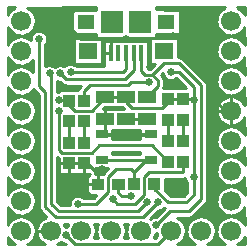
<source format=gtl>
G04 DipTrace 2.4.0.2*
%INcleduino_V1_finial_Top.gbr*%
%MOIN*%
%ADD13C,0.01*%
%ADD17R,0.0433X0.0394*%
%ADD18R,0.0394X0.0433*%
%ADD19R,0.0591X0.04*%
%ADD20C,0.0669*%
%ADD21R,0.0413X0.0256*%
%ADD27R,0.0157X0.0531*%
%ADD28R,0.063X0.0551*%
%ADD29R,0.0571X0.0512*%
%ADD30R,0.0748X0.0748*%
%ADD31C,0.025*%
%FSLAX44Y44*%
G04*
G70*
G90*
G75*
G01*
%LNTop*%
%LPD*%
X6740Y8975D2*
D13*
Y9290D1*
X6940Y9490D1*
X8189D1*
X8289Y9590D1*
X8890D1*
X8840Y5590D2*
X8541Y5291D1*
X5889D1*
X5640Y5540D1*
Y9940D1*
X5590Y9890D1*
X9190Y5590D2*
X8691Y5091D1*
X5789D1*
X5440Y5440D1*
Y9262D1*
X5240Y9462D1*
Y11040D1*
X7628Y10560D2*
Y10929D1*
X7740Y11041D1*
X8140D1*
X6740Y6906D2*
X6240D1*
X7440Y8366D2*
Y7980D1*
X7323Y7863D1*
X7740Y11041D2*
X6639D1*
X6290Y11390D1*
Y11940D1*
X7205Y6190D2*
Y6525D1*
X6824Y6906D1*
X6740D1*
X11640Y8641D2*
X11591Y8690D1*
X11390D1*
X10940Y9140D1*
Y9940D1*
X10540Y10340D1*
Y10790D1*
X10190Y11140D1*
X9690D1*
X7205Y6190D2*
Y6555D1*
X7340Y6690D1*
X8957Y7863D2*
X8140D1*
X7323D1*
X8140Y7840D2*
Y7863D1*
Y7840D2*
X7346D1*
X7323Y7863D1*
X8140Y7840D2*
X8934D1*
X8957Y7863D1*
X8396Y10560D2*
Y9997D1*
X8089Y9690D1*
X6140D1*
X5940Y9890D1*
X8140Y10560D2*
Y10041D1*
X8039Y9940D1*
X6290D1*
X8840Y8367D2*
X8140D1*
Y8366D1*
X5890Y8640D2*
Y7340D1*
X5989Y7241D1*
X6991D1*
X7240Y7490D1*
X8991D1*
X9525Y6955D1*
X9540D1*
X10040D2*
Y6590D1*
X8890D1*
X8740Y6440D1*
Y5841D1*
X8439Y5540D1*
X7840D1*
X7690Y5690D1*
X6240Y8305D2*
Y7575D1*
X10040Y8355D2*
Y7625D1*
X9540Y8355D2*
Y7625D1*
X6740Y7575D2*
Y8306D1*
X8405Y6190D2*
Y6605D1*
X8817Y7017D1*
X8957D1*
X6540Y5540D2*
X7140D1*
X7540Y5940D1*
Y6440D1*
X7790Y6690D1*
X8321D1*
X8405Y6605D1*
X8957Y7017D2*
X7323D1*
X8290Y5790D2*
X7990D1*
X7875Y5905D1*
Y6190D1*
X8140Y9114D2*
X7440D1*
X10040Y9025D2*
X9540D1*
Y8940D1*
X9340Y8740D1*
X8341D1*
X8140Y8941D1*
Y9114D1*
X7440D2*
Y9091D1*
X6990Y8641D1*
X6439D1*
X6240Y8840D1*
Y8975D1*
X10390Y6440D2*
Y8990D1*
X10040Y9025D2*
X10355D1*
X10390Y8990D1*
Y6440D2*
Y5840D1*
X10140Y5590D1*
X9540D1*
X9075Y6055D1*
Y6190D1*
X9640Y4641D2*
Y4640D1*
X9190Y4190D1*
X6440D1*
X6140Y4490D1*
X5890Y8990D2*
X6240D1*
Y8975D1*
X9640Y9940D2*
X9890D1*
X10390Y9440D1*
Y8990D1*
X8652Y10560D2*
Y9978D1*
X8783Y9847D1*
X9008D1*
X9190Y9665D1*
Y9465D1*
X8840Y9115D1*
X9140Y4840D2*
X9590Y5290D1*
X10240D1*
X10640Y5690D1*
Y9490D1*
X9890Y10240D1*
X9400D1*
X9008Y9847D1*
D31*
X8890Y9590D3*
D3*
X8840Y5590D3*
X5590Y9890D3*
X9190Y5590D3*
X5240Y11040D3*
X8140Y11041D3*
X6290Y11940D3*
X9690Y11140D3*
X7340Y6690D3*
X5940Y9890D3*
X6290Y9940D3*
X5890Y8640D3*
X7690Y5690D3*
X6540Y5540D3*
X8290Y5790D3*
X10390Y8990D3*
Y6440D3*
D3*
X6140Y4490D3*
X5890Y8990D3*
X9640Y9940D3*
X10390Y8990D3*
X9140Y4840D3*
X8140Y7840D3*
X4200Y11991D2*
D13*
X4290D1*
X4990D2*
X6342D1*
X9938D2*
X11290D1*
X11990D2*
X12080D1*
X5068Y11893D2*
X6342D1*
X9938D2*
X11212D1*
X5113Y11794D2*
X6342D1*
X9938D2*
X11167D1*
X5135Y11695D2*
X6342D1*
X9938D2*
X11145D1*
X5137Y11597D2*
X6342D1*
X9938D2*
X11143D1*
X5118Y11498D2*
X6342D1*
X9938D2*
X11164D1*
X5076Y11399D2*
X6342D1*
X9938D2*
X11206D1*
X4200Y11300D2*
X4279D1*
X5001D2*
X5131D1*
X5349D2*
X6342D1*
X9938D2*
X11279D1*
X12001D2*
X12080D1*
X4200Y11202D2*
X4414D1*
X4866D2*
X5003D1*
X5477D2*
X7129D1*
X9151D2*
X11415D1*
X11865D2*
X12080D1*
X4200Y11103D2*
X4475D1*
X4805D2*
X4959D1*
X5521D2*
X7129D1*
X9151D2*
X11473D1*
X11807D2*
X12080D1*
X4200Y11004D2*
X4304D1*
X5527D2*
X6401D1*
X7359D2*
X8921D1*
X9879D2*
X11304D1*
X11976D2*
X12080D1*
X5495Y10906D2*
X6401D1*
X9879D2*
X11220D1*
X5454Y10807D2*
X6401D1*
X9879D2*
X11171D1*
X5454Y10708D2*
X6401D1*
X9879D2*
X11146D1*
X5454Y10610D2*
X6401D1*
X9879D2*
X11142D1*
X5454Y10511D2*
X6401D1*
X9879D2*
X11159D1*
X5454Y10412D2*
X6401D1*
X10009D2*
X11198D1*
X4200Y10314D2*
X4267D1*
X5454D2*
X6401D1*
X10115D2*
X11267D1*
X12013D2*
X12080D1*
X4200Y10215D2*
X4389D1*
X4891D2*
X5026D1*
X5454D2*
X6234D1*
X6345D2*
X7385D1*
X8895D2*
X9078D1*
X10213D2*
X11390D1*
X11890D2*
X12080D1*
X4200Y10116D2*
X4521D1*
X4759D2*
X5026D1*
X8866D2*
X8978D1*
X10312D2*
X11518D1*
X11762D2*
X12080D1*
X4200Y10018D2*
X4320D1*
X4960D2*
X5026D1*
X10410D2*
X11320D1*
X11960D2*
X12080D1*
X10510Y9919D2*
X11228D1*
X9334Y9820D2*
X9379D1*
X10609D2*
X11176D1*
X9396Y9721D2*
X9457D1*
X10707D2*
X11148D1*
X9404Y9623D2*
X9909D1*
X10804D2*
X11142D1*
X5854Y9524D2*
X6012D1*
X9404D2*
X10007D1*
X10851D2*
X11156D1*
X5854Y9425D2*
X6578D1*
X9401D2*
X10106D1*
X10854D2*
X11192D1*
X4200Y9327D2*
X4256D1*
X5024D2*
X5076D1*
X10854D2*
X11256D1*
X12024D2*
X12080D1*
X4200Y9228D2*
X4367D1*
X4913D2*
X5176D1*
X10854D2*
X11368D1*
X11912D2*
X12080D1*
X4200Y9129D2*
X5226D1*
X10854D2*
X12080D1*
X4200Y9031D2*
X4337D1*
X4943D2*
X5226D1*
X10854D2*
X11335D1*
X11945D2*
X12080D1*
X4200Y8932D2*
X4239D1*
X5041D2*
X5226D1*
X10854D2*
X11237D1*
X12043D2*
X12080D1*
X5099Y8833D2*
X5226D1*
X10854D2*
X11181D1*
X5129Y8735D2*
X5226D1*
X7382D2*
X8048D1*
X10854D2*
X11151D1*
X5138Y8636D2*
X5226D1*
X10854D2*
X11142D1*
X5127Y8537D2*
X5226D1*
X10854D2*
X11153D1*
X5095Y8439D2*
X5226D1*
X10854D2*
X11185D1*
X4200Y8340D2*
X4245D1*
X5035D2*
X5226D1*
X10854D2*
X11245D1*
X12035D2*
X12080D1*
X4200Y8241D2*
X4348D1*
X4932D2*
X5226D1*
X10854D2*
X11350D1*
X11930D2*
X12080D1*
X4200Y8142D2*
X5226D1*
X10854D2*
X12080D1*
X4200Y8044D2*
X4356D1*
X4924D2*
X5226D1*
X10854D2*
X11354D1*
X11926D2*
X12080D1*
X4200Y7945D2*
X4248D1*
X5032D2*
X5226D1*
X7693D2*
X8587D1*
X10854D2*
X11248D1*
X12032D2*
X12080D1*
X5093Y7846D2*
X5226D1*
X7693D2*
X8587D1*
X10854D2*
X11187D1*
X5126Y7748D2*
X5226D1*
X7693D2*
X8587D1*
X10854D2*
X11153D1*
X5138Y7649D2*
X5226D1*
X10854D2*
X11142D1*
X5130Y7550D2*
X5226D1*
X10854D2*
X11150D1*
X5101Y7452D2*
X5226D1*
X10854D2*
X11179D1*
X4200Y7353D2*
X4234D1*
X5046D2*
X5226D1*
X10854D2*
X11235D1*
X12045D2*
X12080D1*
X4200Y7254D2*
X4331D1*
X4949D2*
X5226D1*
X7693D2*
X8587D1*
X10854D2*
X11331D1*
X11949D2*
X12080D1*
X4200Y7156D2*
X4567D1*
X4713D2*
X5226D1*
X10854D2*
X11573D1*
X11707D2*
X12080D1*
X4200Y7057D2*
X4376D1*
X4904D2*
X5226D1*
X10854D2*
X11375D1*
X11905D2*
X12080D1*
X4200Y6958D2*
X4259D1*
X5021D2*
X5226D1*
X10854D2*
X11259D1*
X12021D2*
X12080D1*
X5087Y6860D2*
X5226D1*
X10854D2*
X11193D1*
X5123Y6761D2*
X5226D1*
X10854D2*
X11156D1*
X5138Y6662D2*
X5226D1*
X7101D2*
X7464D1*
X10854D2*
X11142D1*
X5132Y6563D2*
X5226D1*
X7101D2*
X7368D1*
X10854D2*
X11148D1*
X5105Y6465D2*
X5226D1*
X5854D2*
X6846D1*
X10854D2*
X11175D1*
X5054Y6366D2*
X5226D1*
X5854D2*
X6825D1*
X9455D2*
X10110D1*
X10854D2*
X11226D1*
X4200Y6267D2*
X4314D1*
X4966D2*
X5226D1*
X5854D2*
X6825D1*
X9455D2*
X10160D1*
X10854D2*
X11315D1*
X11965D2*
X12080D1*
X4200Y6169D2*
X4501D1*
X4779D2*
X5226D1*
X5854D2*
X6825D1*
X9455D2*
X10176D1*
X10854D2*
X11504D1*
X11776D2*
X12080D1*
X4200Y6070D2*
X4398D1*
X4882D2*
X5226D1*
X5854D2*
X6825D1*
X9455D2*
X10176D1*
X10854D2*
X11396D1*
X11884D2*
X12080D1*
X4200Y5971D2*
X4271D1*
X5009D2*
X5226D1*
X5854D2*
X6826D1*
X9457D2*
X10176D1*
X10854D2*
X11270D1*
X12010D2*
X12080D1*
X5079Y5873D2*
X5226D1*
X5854D2*
X6882D1*
X9555D2*
X10125D1*
X10854D2*
X11200D1*
X5120Y5774D2*
X5226D1*
X5854D2*
X6378D1*
X6702D2*
X7076D1*
X10854D2*
X11160D1*
X5137Y5675D2*
X5226D1*
X5854D2*
X6285D1*
X10854D2*
X11143D1*
X5135Y5577D2*
X5226D1*
X5902D2*
X6254D1*
X10820D2*
X11146D1*
X5110Y5478D2*
X5226D1*
X10726D2*
X11170D1*
X5063Y5379D2*
X5235D1*
X10627D2*
X11217D1*
X4200Y5281D2*
X4300D1*
X4980D2*
X5301D1*
X9179D2*
X9282D1*
X10529D2*
X11300D1*
X11980D2*
X12080D1*
X4200Y5182D2*
X4460D1*
X4820D2*
X5400D1*
X9080D2*
X9184D1*
X10430D2*
X11462D1*
X11818D2*
X12080D1*
X4200Y5083D2*
X4425D1*
X4855D2*
X5423D1*
X9857D2*
X10423D1*
X10857D2*
X11423D1*
X11857D2*
X12080D1*
X4200Y4984D2*
X4284D1*
X4996D2*
X5282D1*
X9998D2*
X10282D1*
X10998D2*
X11282D1*
X11998D2*
X12080D1*
X5073Y4886D2*
X5207D1*
X6073D2*
X6207D1*
X7073D2*
X7207D1*
X8073D2*
X8207D1*
X10073D2*
X10207D1*
X11073D2*
X11207D1*
X5116Y4787D2*
X5163D1*
X6116D2*
X6163D1*
X7116D2*
X7163D1*
X8116D2*
X8163D1*
X10116D2*
X10163D1*
X11116D2*
X11163D1*
X5115Y4491D2*
X5165D1*
X7115D2*
X7165D1*
X8115D2*
X8165D1*
X9115D2*
X9165D1*
X10115D2*
X10165D1*
X11115D2*
X11165D1*
X5071Y4392D2*
X5209D1*
X10071D2*
X10209D1*
X11071D2*
X11209D1*
X4200Y4294D2*
X4285D1*
X4995D2*
X5285D1*
X9995D2*
X10285D1*
X10995D2*
X11285D1*
X11995D2*
X12080D1*
X4200Y4195D2*
X4429D1*
X4851D2*
X5431D1*
X5849D2*
X6137D1*
X9849D2*
X10431D1*
X10849D2*
X11431D1*
X11849D2*
X12080D1*
X7151Y5839D2*
X6969Y5840D1*
X6930Y5851D1*
X6896Y5870D1*
X6867Y5899D1*
X6847Y5933D1*
X6836Y5971D1*
X6835Y6023D1*
X6836Y6407D1*
X6846Y6445D1*
X6866Y6480D1*
X6894Y6508D1*
X6929Y6529D1*
X6950Y6536D1*
X5889D1*
Y7063D1*
X5844Y7098D1*
Y5623D1*
X5973Y5495D1*
X6266D1*
X6262Y5514D1*
Y5563D1*
X6271Y5613D1*
X6288Y5660D1*
X6313Y5703D1*
X6346Y5740D1*
X6385Y5772D1*
X6428Y5796D1*
X6476Y5812D1*
X6525Y5819D1*
X6575Y5817D1*
X6624Y5806D1*
X6670Y5787D1*
X6712Y5760D1*
X6729Y5744D1*
X7057D1*
X7152Y5840D1*
X7091Y6541D2*
X7363D1*
X7396Y6584D1*
X7547Y6736D1*
X7092Y6735D1*
X7091Y6541D1*
X8031Y8760D2*
X7691Y8762D1*
X7589Y8760D1*
X7397D1*
X7361Y8720D1*
X8074D1*
X8032Y8760D1*
X8589Y8013D2*
X7839Y8012D1*
X7691Y8014D1*
X7683Y8012D1*
X7684Y7694D1*
X8598D1*
X8596Y7741D1*
Y8013D1*
X8588D1*
X7701Y10980D2*
X8107D1*
X8419Y10979D1*
X8569Y10980D1*
X8885D1*
Y10140D1*
X8855D1*
X8856Y10062D1*
X8868Y10051D1*
X8925D1*
X9090Y10218D1*
X8931Y10219D1*
Y11078D1*
X9869D1*
Y10445D1*
X9940Y10438D1*
X9986Y10420D1*
X10034Y10384D1*
X10784Y9634D1*
X10815Y9595D1*
X10835Y9549D1*
X10844Y9490D1*
Y5690D1*
X10838Y5640D1*
X10820Y5594D1*
X10784Y5546D1*
X10384Y5146D1*
X10345Y5115D1*
X10299Y5095D1*
X10240Y5086D1*
X9842D1*
X9919Y5042D1*
X9959Y5011D1*
X9995Y4977D1*
X10027Y4939D1*
X10056Y4897D1*
X10080Y4854D1*
X10099Y4808D1*
X10114Y4760D1*
X10124Y4711D1*
X10129Y4641D1*
X10126Y4591D1*
X10118Y4541D1*
X10106Y4493D1*
X10088Y4446D1*
X10066Y4401D1*
X10039Y4359D1*
X10009Y4320D1*
X9974Y4284D1*
X9936Y4252D1*
X9894Y4224D1*
X9826Y4190D1*
X10451D1*
X10373Y4231D1*
X10333Y4261D1*
X10295Y4294D1*
X10262Y4331D1*
X10232Y4372D1*
X10207Y4415D1*
X10186Y4460D1*
X10170Y4507D1*
X10159Y4556D1*
X10153Y4606D1*
X10152Y4656D1*
X10156Y4705D1*
X10165Y4755D1*
X10179Y4802D1*
X10198Y4849D1*
X10221Y4893D1*
X10249Y4934D1*
X10281Y4973D1*
X10317Y5008D1*
X10356Y5039D1*
X10398Y5065D1*
X10443Y5088D1*
X10490Y5106D1*
X10538Y5119D1*
X10587Y5127D1*
X10637Y5129D1*
X10687Y5127D1*
X10737Y5120D1*
X10785Y5107D1*
X10832Y5090D1*
X10877Y5068D1*
X10919Y5042D1*
X10959Y5011D1*
X10995Y4977D1*
X11027Y4939D1*
X11056Y4897D1*
X11080Y4854D1*
X11099Y4808D1*
X11114Y4760D1*
X11124Y4711D1*
X11129Y4641D1*
X11126Y4591D1*
X11118Y4541D1*
X11106Y4493D1*
X11088Y4446D1*
X11066Y4401D1*
X11039Y4359D1*
X11009Y4320D1*
X10974Y4284D1*
X10936Y4252D1*
X10894Y4224D1*
X10826Y4190D1*
X11451D1*
X11373Y4231D1*
X11333Y4261D1*
X11295Y4294D1*
X11262Y4331D1*
X11232Y4372D1*
X11207Y4415D1*
X11186Y4460D1*
X11170Y4507D1*
X11159Y4556D1*
X11153Y4606D1*
X11152Y4656D1*
X11156Y4705D1*
X11165Y4755D1*
X11179Y4802D1*
X11198Y4849D1*
X11221Y4893D1*
X11249Y4934D1*
X11281Y4973D1*
X11317Y5008D1*
X11356Y5039D1*
X11398Y5065D1*
X11443Y5088D1*
X11490Y5106D1*
X11538Y5119D1*
X11587Y5127D1*
X11637Y5129D1*
X11687Y5127D1*
X11737Y5120D1*
X11785Y5107D1*
X11832Y5090D1*
X11877Y5068D1*
X11919Y5042D1*
X11959Y5011D1*
X11995Y4977D1*
X12027Y4939D1*
X12056Y4897D1*
X12090Y4829D1*
X12088Y5446D1*
X12066Y5401D1*
X12039Y5359D1*
X12009Y5320D1*
X11974Y5284D1*
X11936Y5252D1*
X11894Y5224D1*
X11850Y5200D1*
X11804Y5181D1*
X11756Y5166D1*
X11707Y5157D1*
X11658Y5152D1*
X11608Y5153D1*
X11558Y5159D1*
X11509Y5170D1*
X11462Y5186D1*
X11416Y5206D1*
X11373Y5231D1*
X11333Y5261D1*
X11295Y5294D1*
X11262Y5331D1*
X11232Y5372D1*
X11207Y5415D1*
X11186Y5460D1*
X11170Y5507D1*
X11159Y5556D1*
X11153Y5606D1*
X11152Y5656D1*
X11156Y5705D1*
X11165Y5755D1*
X11179Y5802D1*
X11198Y5849D1*
X11221Y5893D1*
X11249Y5934D1*
X11281Y5973D1*
X11317Y6008D1*
X11356Y6039D1*
X11398Y6065D1*
X11443Y6088D1*
X11490Y6106D1*
X11538Y6119D1*
X11587Y6127D1*
X11637Y6129D1*
X11687Y6127D1*
X11737Y6120D1*
X11785Y6107D1*
X11832Y6090D1*
X11877Y6068D1*
X11919Y6042D1*
X11959Y6011D1*
X11995Y5977D1*
X12027Y5939D1*
X12056Y5897D1*
X12090Y5829D1*
X12088Y6446D1*
X12066Y6401D1*
X12039Y6359D1*
X12009Y6320D1*
X11974Y6284D1*
X11936Y6252D1*
X11894Y6224D1*
X11850Y6200D1*
X11804Y6181D1*
X11756Y6166D1*
X11707Y6157D1*
X11658Y6152D1*
X11608Y6153D1*
X11558Y6159D1*
X11509Y6170D1*
X11462Y6186D1*
X11416Y6206D1*
X11373Y6231D1*
X11333Y6261D1*
X11295Y6294D1*
X11262Y6331D1*
X11232Y6372D1*
X11207Y6415D1*
X11186Y6460D1*
X11170Y6507D1*
X11159Y6556D1*
X11153Y6606D1*
X11152Y6656D1*
X11156Y6705D1*
X11165Y6755D1*
X11179Y6802D1*
X11198Y6849D1*
X11221Y6893D1*
X11249Y6934D1*
X11281Y6973D1*
X11317Y7008D1*
X11356Y7039D1*
X11398Y7065D1*
X11443Y7088D1*
X11490Y7106D1*
X11538Y7119D1*
X11587Y7127D1*
X11637Y7129D1*
X11687Y7127D1*
X11737Y7120D1*
X11785Y7107D1*
X11832Y7090D1*
X11877Y7068D1*
X11919Y7042D1*
X11959Y7011D1*
X11995Y6977D1*
X12027Y6939D1*
X12056Y6897D1*
X12090Y6829D1*
X12088Y7446D1*
X12066Y7401D1*
X12039Y7359D1*
X12009Y7320D1*
X11974Y7284D1*
X11936Y7252D1*
X11894Y7224D1*
X11850Y7200D1*
X11804Y7181D1*
X11756Y7166D1*
X11707Y7157D1*
X11658Y7152D1*
X11608Y7153D1*
X11558Y7159D1*
X11509Y7170D1*
X11462Y7186D1*
X11416Y7206D1*
X11373Y7231D1*
X11333Y7261D1*
X11295Y7294D1*
X11262Y7331D1*
X11232Y7372D1*
X11207Y7415D1*
X11186Y7460D1*
X11170Y7507D1*
X11159Y7556D1*
X11153Y7606D1*
X11152Y7656D1*
X11156Y7705D1*
X11165Y7755D1*
X11179Y7802D1*
X11198Y7849D1*
X11221Y7893D1*
X11249Y7934D1*
X11281Y7973D1*
X11317Y8008D1*
X11356Y8039D1*
X11398Y8065D1*
X11443Y8088D1*
X11490Y8106D1*
X11538Y8119D1*
X11587Y8127D1*
X11637Y8129D1*
X11687Y8127D1*
X11737Y8120D1*
X11785Y8107D1*
X11832Y8090D1*
X11877Y8068D1*
X11919Y8042D1*
X11959Y8011D1*
X11995Y7977D1*
X12027Y7939D1*
X12056Y7897D1*
X12090Y7829D1*
X12088Y8446D1*
X12056Y8384D1*
X12015Y8328D1*
X11966Y8277D1*
X11911Y8234D1*
X11850Y8200D1*
X11785Y8174D1*
X11717Y8158D1*
X11648Y8152D1*
X11578Y8156D1*
X11509Y8170D1*
X11443Y8193D1*
X11381Y8226D1*
X11325Y8267D1*
X11275Y8316D1*
X11232Y8372D1*
X11198Y8432D1*
X11173Y8498D1*
X11157Y8566D1*
X11151Y8636D1*
X11156Y8705D1*
X11170Y8774D1*
X11194Y8840D1*
X11227Y8901D1*
X11268Y8958D1*
X11317Y9008D1*
X11373Y9050D1*
X11434Y9084D1*
X11499Y9109D1*
X11568Y9124D1*
X11637Y9129D1*
X11707Y9125D1*
X11776Y9110D1*
X11841Y9086D1*
X11903Y9053D1*
X11959Y9011D1*
X12008Y8962D1*
X12050Y8906D1*
X12084Y8845D1*
X12090Y8831D1*
X12088Y9446D1*
X12066Y9401D1*
X12039Y9359D1*
X12009Y9320D1*
X11974Y9284D1*
X11936Y9252D1*
X11894Y9224D1*
X11850Y9200D1*
X11804Y9181D1*
X11756Y9166D1*
X11707Y9157D1*
X11658Y9152D1*
X11608Y9153D1*
X11558Y9159D1*
X11509Y9170D1*
X11462Y9186D1*
X11416Y9206D1*
X11373Y9231D1*
X11333Y9261D1*
X11295Y9294D1*
X11262Y9331D1*
X11232Y9372D1*
X11207Y9415D1*
X11186Y9460D1*
X11170Y9507D1*
X11159Y9556D1*
X11153Y9606D1*
X11152Y9656D1*
X11156Y9705D1*
X11165Y9755D1*
X11179Y9802D1*
X11198Y9849D1*
X11221Y9893D1*
X11249Y9934D1*
X11281Y9973D1*
X11317Y10008D1*
X11356Y10039D1*
X11398Y10065D1*
X11443Y10088D1*
X11490Y10106D1*
X11538Y10119D1*
X11587Y10127D1*
X11637Y10129D1*
X11687Y10127D1*
X11737Y10120D1*
X11785Y10107D1*
X11832Y10090D1*
X11877Y10068D1*
X11919Y10042D1*
X11959Y10011D1*
X11995Y9977D1*
X12027Y9939D1*
X12056Y9897D1*
X12090Y9829D1*
X12088Y10446D1*
X12066Y10401D1*
X12039Y10359D1*
X12009Y10320D1*
X11974Y10284D1*
X11936Y10252D1*
X11894Y10224D1*
X11850Y10200D1*
X11804Y10181D1*
X11756Y10166D1*
X11707Y10157D1*
X11658Y10152D1*
X11608Y10153D1*
X11558Y10159D1*
X11509Y10170D1*
X11462Y10186D1*
X11416Y10206D1*
X11373Y10231D1*
X11333Y10261D1*
X11295Y10294D1*
X11262Y10331D1*
X11232Y10372D1*
X11207Y10415D1*
X11186Y10460D1*
X11170Y10507D1*
X11159Y10556D1*
X11153Y10606D1*
X11152Y10656D1*
X11156Y10705D1*
X11165Y10755D1*
X11179Y10802D1*
X11198Y10849D1*
X11221Y10893D1*
X11249Y10934D1*
X11281Y10973D1*
X11317Y11008D1*
X11356Y11039D1*
X11398Y11065D1*
X11443Y11088D1*
X11490Y11106D1*
X11538Y11119D1*
X11587Y11127D1*
X11637Y11129D1*
X11687Y11127D1*
X11737Y11120D1*
X11785Y11107D1*
X11832Y11090D1*
X11877Y11068D1*
X11919Y11042D1*
X11959Y11011D1*
X11995Y10977D1*
X12027Y10939D1*
X12056Y10897D1*
X12090Y10829D1*
X12088Y11446D1*
X12066Y11401D1*
X12039Y11359D1*
X12009Y11320D1*
X11974Y11284D1*
X11936Y11252D1*
X11894Y11224D1*
X11850Y11200D1*
X11804Y11181D1*
X11756Y11166D1*
X11707Y11157D1*
X11658Y11152D1*
X11608Y11153D1*
X11558Y11159D1*
X11509Y11170D1*
X11462Y11186D1*
X11416Y11206D1*
X11373Y11231D1*
X11333Y11261D1*
X11295Y11294D1*
X11262Y11331D1*
X11232Y11372D1*
X11207Y11415D1*
X11186Y11460D1*
X11170Y11507D1*
X11159Y11556D1*
X11153Y11606D1*
X11152Y11656D1*
X11156Y11705D1*
X11165Y11755D1*
X11179Y11802D1*
X11198Y11849D1*
X11221Y11893D1*
X11249Y11934D1*
X11281Y11973D1*
X11317Y12008D1*
X11356Y12039D1*
X11398Y12065D1*
X11447Y12090D1*
X9142D1*
X9140Y12024D1*
X9649Y12023D1*
X9928D1*
Y11203D1*
X9139D1*
X9140Y11085D1*
X8084Y11087D1*
X8046Y11085D1*
X7140D1*
Y11202D1*
X6631Y11203D1*
X6352D1*
Y12023D1*
X7141D1*
X7140Y12090D1*
X4832Y12089D1*
X4877Y12067D1*
X4919Y12041D1*
X4959Y12010D1*
X4995Y11976D1*
X5027Y11938D1*
X5056Y11897D1*
X5080Y11853D1*
X5099Y11807D1*
X5114Y11759D1*
X5124Y11710D1*
X5129Y11640D1*
X5126Y11590D1*
X5118Y11541D1*
X5106Y11492D1*
X5088Y11446D1*
X5066Y11401D1*
X5039Y11358D1*
X5009Y11319D1*
X4974Y11283D1*
X4936Y11251D1*
X4894Y11223D1*
X4850Y11199D1*
X4804Y11180D1*
X4756Y11165D1*
X4707Y11156D1*
X4658Y11152D1*
X4608D1*
X4558Y11158D1*
X4509Y11169D1*
X4462Y11185D1*
X4416Y11206D1*
X4373Y11231D1*
X4333Y11260D1*
X4295Y11294D1*
X4262Y11331D1*
X4232Y11371D1*
X4189Y11452D1*
X4190Y10829D1*
X4221Y10892D1*
X4249Y10934D1*
X4281Y10972D1*
X4317Y11007D1*
X4356Y11038D1*
X4398Y11065D1*
X4443Y11087D1*
X4490Y11105D1*
X4538Y11118D1*
X4587Y11126D1*
X4637Y11129D1*
X4687Y11126D1*
X4737Y11119D1*
X4785Y11107D1*
X4832Y11089D1*
X4877Y11067D1*
X4919Y11041D1*
X4962Y11007D1*
Y11063D1*
X4971Y11113D1*
X4988Y11160D1*
X5013Y11203D1*
X5046Y11240D1*
X5085Y11272D1*
X5128Y11296D1*
X5176Y11312D1*
X5225Y11319D1*
X5275Y11317D1*
X5324Y11306D1*
X5370Y11287D1*
X5412Y11260D1*
X5448Y11226D1*
X5478Y11185D1*
X5500Y11141D1*
X5514Y11093D1*
X5519Y11040D1*
X5515Y10990D1*
X5501Y10942D1*
X5480Y10897D1*
X5445Y10851D1*
X5444Y10129D1*
X5478Y10146D1*
X5526Y10162D1*
X5575Y10169D1*
X5625Y10167D1*
X5674Y10156D1*
X5720Y10137D1*
X5765Y10107D1*
X5785Y10122D1*
X5828Y10146D1*
X5876Y10162D1*
X5925Y10169D1*
X5975Y10167D1*
X6024Y10156D1*
X6084Y10128D1*
X6135Y10172D1*
X6178Y10196D1*
X6226Y10212D1*
X6275Y10219D1*
X6325Y10217D1*
X6374Y10206D1*
X6420Y10187D1*
X6462Y10160D1*
X6479Y10144D1*
X7395D1*
Y10440D1*
Y10980D1*
X8117Y10978D1*
X8157Y10980D1*
X8373Y10978D1*
X8413Y10980D1*
X8629Y10978D1*
X6461Y11078D2*
X7349D1*
Y10219D1*
X6411D1*
Y11078D1*
X6461D1*
X9182Y4470D2*
X9159Y4556D1*
X9158Y4561D1*
X9124Y4562D1*
X9106Y4493D1*
X9088Y4446D1*
X9062Y4395D1*
X9107Y4394D1*
X9182Y4470D1*
X8219Y4394D2*
X8186Y4460D1*
X8170Y4507D1*
X8159Y4556D1*
X8153Y4606D1*
X8152Y4656D1*
X8156Y4705D1*
X8165Y4755D1*
X8179Y4802D1*
X8218Y4886D1*
X8061Y4887D1*
X8080Y4854D1*
X8099Y4808D1*
X8114Y4760D1*
X8124Y4711D1*
X8129Y4641D1*
X8126Y4591D1*
X8118Y4541D1*
X8106Y4493D1*
X8088Y4446D1*
X8062Y4395D1*
X8220Y4394D1*
X7219D2*
X7186Y4460D1*
X7170Y4507D1*
X7159Y4556D1*
X7153Y4606D1*
X7152Y4656D1*
X7156Y4705D1*
X7165Y4755D1*
X7179Y4802D1*
X7218Y4886D1*
X7061Y4887D1*
X7080Y4854D1*
X7099Y4808D1*
X7114Y4760D1*
X7124Y4711D1*
X7129Y4641D1*
X7126Y4591D1*
X7118Y4541D1*
X7106Y4493D1*
X7088Y4446D1*
X7062Y4395D1*
X7220Y4394D1*
X6169Y4768D2*
X6198Y4849D1*
X6218Y4886D1*
X6061Y4887D1*
X6084Y4845D1*
X6109Y4779D1*
X6112Y4767D1*
X6167D1*
X5963Y4274D2*
X5911Y4234D1*
X5850Y4200D1*
X5828Y4190D1*
X6151D1*
X6128Y4211D1*
X6079Y4218D1*
X6031Y4233D1*
X5987Y4257D1*
X5964Y4275D1*
X5452Y4190D2*
X5390Y4221D1*
X5333Y4261D1*
X5282Y4309D1*
X5238Y4363D1*
X5202Y4423D1*
X5176Y4488D1*
X5159Y4556D1*
X5152Y4626D1*
X5154Y4695D1*
X5167Y4764D1*
X5190Y4830D1*
X5221Y4893D1*
X5262Y4950D1*
X5310Y5001D1*
X5365Y5044D1*
X5425Y5080D1*
X5487Y5105D1*
X5296Y5296D1*
X5265Y5335D1*
X5245Y5381D1*
X5236Y5440D1*
Y9179D1*
X5096Y9318D1*
X5056Y9374D1*
X5039Y9358D1*
X5009Y9319D1*
X4974Y9283D1*
X4936Y9251D1*
X4894Y9223D1*
X4850Y9199D1*
X4804Y9180D1*
X4756Y9165D1*
X4707Y9156D1*
X4658Y9152D1*
X4608D1*
X4558Y9158D1*
X4509Y9169D1*
X4462Y9185D1*
X4416Y9206D1*
X4373Y9231D1*
X4333Y9260D1*
X4295Y9294D1*
X4262Y9331D1*
X4232Y9371D1*
X4189Y9452D1*
X4190Y8829D1*
X4221Y8892D1*
X4249Y8934D1*
X4281Y8972D1*
X4317Y9007D1*
X4356Y9038D1*
X4398Y9065D1*
X4443Y9087D1*
X4490Y9105D1*
X4538Y9118D1*
X4587Y9126D1*
X4637Y9129D1*
X4687Y9126D1*
X4737Y9119D1*
X4785Y9107D1*
X4832Y9089D1*
X4877Y9067D1*
X4919Y9041D1*
X4959Y9010D1*
X4995Y8976D1*
X5027Y8938D1*
X5056Y8897D1*
X5080Y8853D1*
X5099Y8807D1*
X5114Y8759D1*
X5124Y8710D1*
X5129Y8640D1*
X5126Y8590D1*
X5118Y8541D1*
X5106Y8492D1*
X5088Y8446D1*
X5066Y8401D1*
X5039Y8358D1*
X5009Y8319D1*
X4974Y8283D1*
X4936Y8251D1*
X4894Y8223D1*
X4850Y8199D1*
X4804Y8180D1*
X4756Y8165D1*
X4707Y8156D1*
X4658Y8152D1*
X4608D1*
X4558Y8158D1*
X4509Y8169D1*
X4462Y8185D1*
X4416Y8206D1*
X4373Y8231D1*
X4333Y8260D1*
X4295Y8294D1*
X4262Y8331D1*
X4232Y8371D1*
X4189Y8452D1*
X4190Y7829D1*
X4221Y7892D1*
X4249Y7934D1*
X4281Y7972D1*
X4317Y8007D1*
X4356Y8038D1*
X4398Y8065D1*
X4443Y8087D1*
X4490Y8105D1*
X4538Y8118D1*
X4587Y8126D1*
X4637Y8129D1*
X4687Y8126D1*
X4737Y8119D1*
X4785Y8107D1*
X4832Y8089D1*
X4877Y8067D1*
X4919Y8041D1*
X4959Y8010D1*
X4995Y7976D1*
X5027Y7938D1*
X5056Y7897D1*
X5080Y7853D1*
X5099Y7807D1*
X5114Y7759D1*
X5124Y7710D1*
X5129Y7640D1*
X5126Y7590D1*
X5118Y7541D1*
X5106Y7492D1*
X5088Y7446D1*
X5066Y7401D1*
X5039Y7358D1*
X5009Y7319D1*
X4974Y7283D1*
X4936Y7251D1*
X4894Y7223D1*
X4850Y7199D1*
X4804Y7180D1*
X4756Y7165D1*
X4707Y7156D1*
X4658Y7152D1*
X4608D1*
X4558Y7158D1*
X4509Y7169D1*
X4462Y7185D1*
X4416Y7206D1*
X4373Y7231D1*
X4333Y7260D1*
X4295Y7294D1*
X4262Y7331D1*
X4232Y7371D1*
X4189Y7452D1*
X4190Y6829D1*
X4221Y6892D1*
X4249Y6934D1*
X4281Y6972D1*
X4317Y7007D1*
X4356Y7038D1*
X4398Y7065D1*
X4443Y7087D1*
X4490Y7105D1*
X4538Y7118D1*
X4587Y7126D1*
X4637Y7129D1*
X4687Y7126D1*
X4737Y7119D1*
X4785Y7107D1*
X4832Y7089D1*
X4877Y7067D1*
X4919Y7041D1*
X4959Y7010D1*
X4995Y6976D1*
X5027Y6938D1*
X5056Y6897D1*
X5080Y6853D1*
X5099Y6807D1*
X5114Y6759D1*
X5124Y6710D1*
X5129Y6640D1*
X5126Y6590D1*
X5118Y6541D1*
X5106Y6492D1*
X5088Y6446D1*
X5066Y6401D1*
X5039Y6358D1*
X5009Y6319D1*
X4974Y6283D1*
X4936Y6251D1*
X4894Y6223D1*
X4850Y6199D1*
X4804Y6180D1*
X4756Y6165D1*
X4707Y6156D1*
X4658Y6152D1*
X4608D1*
X4558Y6158D1*
X4509Y6169D1*
X4462Y6185D1*
X4416Y6206D1*
X4373Y6231D1*
X4333Y6260D1*
X4295Y6294D1*
X4262Y6331D1*
X4232Y6371D1*
X4189Y6452D1*
X4190Y5829D1*
X4221Y5892D1*
X4249Y5934D1*
X4281Y5972D1*
X4317Y6007D1*
X4356Y6038D1*
X4398Y6065D1*
X4443Y6087D1*
X4490Y6105D1*
X4538Y6118D1*
X4587Y6126D1*
X4637Y6129D1*
X4687Y6126D1*
X4737Y6119D1*
X4785Y6107D1*
X4832Y6089D1*
X4877Y6067D1*
X4919Y6041D1*
X4959Y6010D1*
X4995Y5976D1*
X5027Y5938D1*
X5056Y5897D1*
X5080Y5853D1*
X5099Y5807D1*
X5114Y5759D1*
X5124Y5710D1*
X5129Y5640D1*
X5126Y5590D1*
X5118Y5541D1*
X5106Y5492D1*
X5088Y5446D1*
X5066Y5401D1*
X5039Y5358D1*
X5009Y5319D1*
X4974Y5283D1*
X4936Y5251D1*
X4894Y5223D1*
X4850Y5199D1*
X4804Y5180D1*
X4756Y5165D1*
X4707Y5156D1*
X4658Y5152D1*
X4608D1*
X4558Y5158D1*
X4509Y5169D1*
X4462Y5185D1*
X4416Y5206D1*
X4373Y5231D1*
X4333Y5260D1*
X4295Y5294D1*
X4262Y5331D1*
X4232Y5371D1*
X4189Y5452D1*
X4190Y4829D1*
X4221Y4892D1*
X4249Y4934D1*
X4281Y4972D1*
X4317Y5007D1*
X4356Y5038D1*
X4398Y5065D1*
X4443Y5087D1*
X4490Y5105D1*
X4538Y5118D1*
X4587Y5126D1*
X4637Y5129D1*
X4687Y5126D1*
X4737Y5119D1*
X4785Y5107D1*
X4832Y5089D1*
X4877Y5067D1*
X4919Y5041D1*
X4959Y5010D1*
X4995Y4976D1*
X5027Y4938D1*
X5056Y4897D1*
X5080Y4853D1*
X5099Y4807D1*
X5114Y4759D1*
X5124Y4710D1*
X5129Y4640D1*
X5126Y4590D1*
X5118Y4541D1*
X5106Y4492D1*
X5088Y4446D1*
X5066Y4401D1*
X5039Y4358D1*
X5009Y4319D1*
X4974Y4283D1*
X4936Y4251D1*
X4894Y4223D1*
X4829Y4190D1*
X5451D1*
X11877Y12068D2*
X11919Y12042D1*
X11959Y12011D1*
X11995Y11977D1*
X12027Y11939D1*
X12056Y11897D1*
X12090Y11829D1*
Y12090D1*
X11832D1*
X11877Y12068D1*
X12090Y4451D2*
X12066Y4401D1*
X12039Y4359D1*
X12009Y4320D1*
X11974Y4284D1*
X11936Y4252D1*
X11894Y4224D1*
X11826Y4190D1*
X12090D1*
Y4451D1*
X4452Y4190D2*
X4373Y4231D1*
X4333Y4260D1*
X4295Y4294D1*
X4262Y4331D1*
X4232Y4371D1*
X4189Y4452D1*
X4190Y4190D1*
X4451D1*
X4190Y9829D2*
X4221Y9892D1*
X4249Y9934D1*
X4281Y9972D1*
X4317Y10007D1*
X4356Y10038D1*
X4398Y10065D1*
X4443Y10087D1*
X4490Y10105D1*
X4538Y10118D1*
X4587Y10126D1*
X4637Y10129D1*
X4687Y10126D1*
X4737Y10119D1*
X4785Y10107D1*
X4832Y10089D1*
X4877Y10067D1*
X4919Y10041D1*
X4959Y10010D1*
X4995Y9976D1*
X5035Y9926D1*
X5036Y10354D1*
X4974Y10283D1*
X4936Y10251D1*
X4894Y10223D1*
X4850Y10199D1*
X4804Y10180D1*
X4756Y10165D1*
X4707Y10156D1*
X4658Y10152D1*
X4608D1*
X4558Y10158D1*
X4509Y10169D1*
X4462Y10185D1*
X4416Y10206D1*
X4373Y10231D1*
X4333Y10260D1*
X4295Y10294D1*
X4262Y10331D1*
X4232Y10371D1*
X4189Y10452D1*
X4190Y9829D1*
Y11829D2*
X4221Y11892D1*
X4249Y11934D1*
X4281Y11972D1*
X4317Y12007D1*
X4356Y12038D1*
X4398Y12065D1*
X4450Y12090D1*
X4190D1*
Y11829D1*
X9445Y6386D2*
Y5974D1*
X9624Y5794D1*
X10057D1*
X10187Y5925D1*
X10186Y6251D1*
X10165Y6275D1*
X10139Y6318D1*
X10121Y6364D1*
X10115Y6400D1*
X10059Y6387D1*
X9640Y6386D1*
X9445D1*
X6439Y9346D2*
X6544D1*
X6570Y9403D1*
X6631Y9470D1*
X6648Y9486D1*
X6140D1*
X6090Y9492D1*
X6044Y9510D1*
X5996Y9546D1*
X5928Y9611D1*
X5879Y9618D1*
X5845Y9629D1*
X5844Y9267D1*
X5889Y9268D1*
Y9346D1*
X6539D1*
X9739Y9395D2*
X10147D1*
X9816Y9726D1*
X9773Y9695D1*
X9727Y9675D1*
X9678Y9664D1*
X9628Y9661D1*
X9579Y9668D1*
X9531Y9683D1*
X9487Y9707D1*
X9448Y9738D1*
X9415Y9775D1*
X9389Y9818D1*
X9371Y9864D1*
X9363Y9912D1*
X9296Y9847D1*
X9334Y9810D1*
X9365Y9770D1*
X9385Y9725D1*
X9394Y9665D1*
Y9465D1*
X9382Y9397D1*
X9389Y9395D1*
X9891Y9394D1*
X7684Y7285D2*
Y7222D1*
X8023Y7221D1*
X8597D1*
X8596Y7286D1*
X7683D1*
X9201Y5312D2*
X8927Y5038D1*
X8946Y5040D1*
X8985Y5072D1*
X9028Y5096D1*
X9076Y5112D1*
X9130Y5118D1*
X9430Y5419D1*
X9426Y5421D1*
X9400Y5407D1*
X9364Y5372D1*
X9323Y5345D1*
X9277Y5325D1*
X9228Y5314D1*
X9202Y5312D1*
X7205Y6541D2*
Y6190D1*
X6835D2*
X7205D1*
X6240Y6906D2*
Y6536D1*
X5889Y6906D2*
X6240D1*
X6740D2*
Y6536D1*
X7440Y8720D2*
Y8366D1*
X7628Y10980D2*
Y10560D1*
X7396D2*
X7628D1*
X5152Y4641D2*
X5640D1*
X11640Y9129D2*
Y8152D1*
X11152Y8641D2*
X11640D1*
X7323Y7863D2*
X7684D1*
X8596D2*
X8957D1*
G36*
X8091Y6387D2*
Y5993D1*
X7658D1*
Y6387D1*
X8091D1*
G37*
G36*
X7422D2*
Y5993D1*
X6989D1*
Y6387D1*
X7422D1*
G37*
D19*
X8140Y9114D3*
Y8366D3*
D18*
X6240Y6906D3*
Y7575D3*
X10040Y6955D3*
Y7625D3*
X9540Y6955D3*
Y7625D3*
X6740Y6906D3*
Y7575D3*
D19*
X7440Y9114D3*
Y8366D3*
D20*
X10640Y4641D3*
X9640D3*
X8640D3*
X7640D3*
X6640D3*
X5640D3*
X11640Y11641D3*
Y10641D3*
Y9641D3*
Y8641D3*
Y7641D3*
Y6641D3*
Y5641D3*
Y4641D3*
X4640Y4640D3*
Y5640D3*
Y6640D3*
Y7640D3*
Y8640D3*
Y9640D3*
Y10640D3*
Y11640D3*
D17*
X8405Y6190D3*
X9075D3*
D19*
X8840Y9115D3*
Y8367D3*
D18*
X6740Y8306D3*
Y8975D3*
X6240Y8305D3*
Y8975D3*
X10040Y8355D3*
Y9025D3*
X9540Y8355D3*
Y9025D3*
D21*
X7323Y7863D3*
X8957D3*
X7323Y7017D3*
X8957D3*
D27*
X8652Y10560D3*
X8396D3*
X8140D3*
X7884D3*
X7628D3*
D28*
X9400Y10649D3*
X6880D3*
D29*
X9488Y11613D3*
X6792D3*
D30*
X8612D3*
X7668D3*
M02*

</source>
